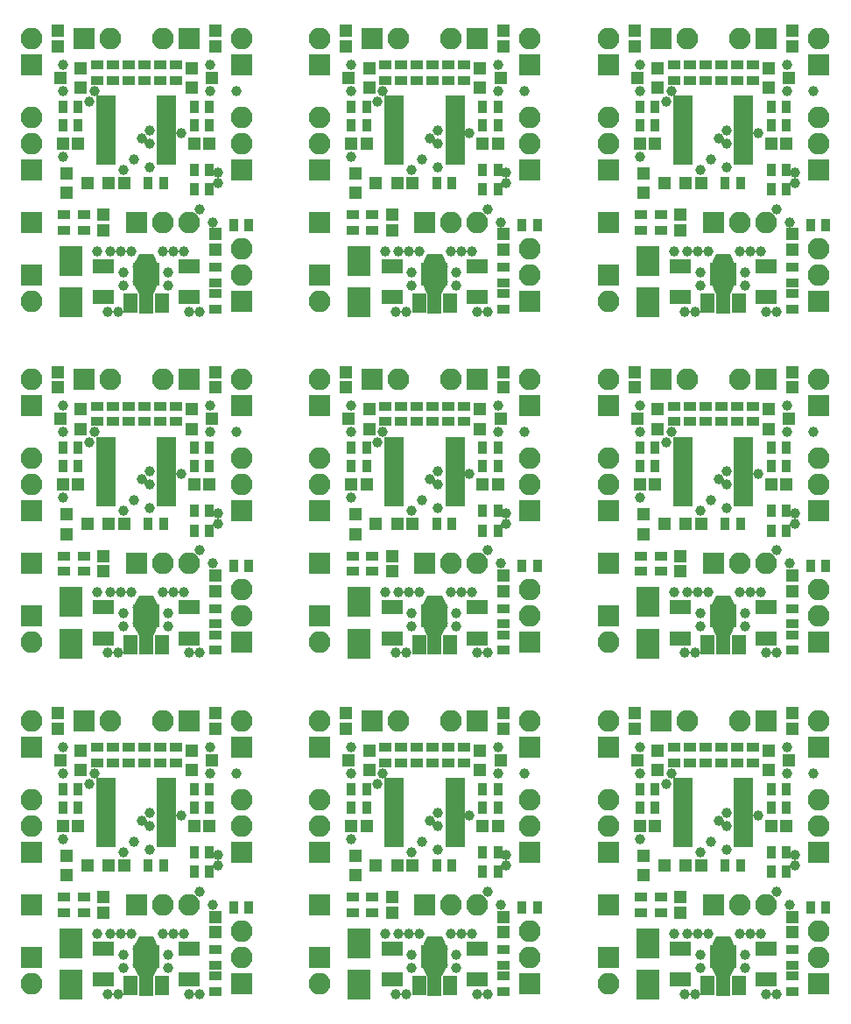
<source format=gbr>
%MOIN*%
%OFA0B0*%
%FSLAX46Y46*%
%IPPOS*%
%LPD*%
%ADD10C,0.0039370078740157488*%
%ADD11R,0.07874015748031496X0.055118110236220472*%
%ADD12R,0.047244094488188976X0.0452755905511811*%
%ADD13R,0.0452755905511811X0.047244094488188976*%
%ADD14R,0.086614173228346469X0.1141732283464567*%
%ADD15R,0.072834645669291348X0.033464566929133861*%
%ADD16R,0.055118110236220472X0.074803149606299218*%
%ADD17R,0.055118110236220472X0.086614173228346469*%
%ADD18R,0.10236220472440946X0.088188976377952769*%
%ADD19R,0.082677165354330714X0.082677165354330714*%
%ADD20O,0.082677165354330714X0.082677165354330714*%
%ADD21R,0.051181102362204731X0.047244094488188976*%
%ADD22R,0.051181102362204731X0.035433070866141732*%
%ADD23R,0.035433070866141732X0.051181102362204731*%
%ADD24C,0.03937007874015748*%
%ADD35C,0.0039370078740157488*%
%ADD36R,0.07874015748031496X0.055118110236220472*%
%ADD37R,0.047244094488188976X0.0452755905511811*%
%ADD38R,0.0452755905511811X0.047244094488188976*%
%ADD39R,0.086614173228346469X0.1141732283464567*%
%ADD40R,0.072834645669291348X0.033464566929133861*%
%ADD41R,0.055118110236220472X0.074803149606299218*%
%ADD42R,0.055118110236220472X0.086614173228346469*%
%ADD43R,0.10236220472440946X0.088188976377952769*%
%ADD44R,0.082677165354330714X0.082677165354330714*%
%ADD45O,0.082677165354330714X0.082677165354330714*%
%ADD46R,0.051181102362204731X0.047244094488188976*%
%ADD47R,0.051181102362204731X0.035433070866141732*%
%ADD48R,0.035433070866141732X0.051181102362204731*%
%ADD49C,0.03937007874015748*%
%ADD50C,0.0039370078740157488*%
%ADD51R,0.07874015748031496X0.055118110236220472*%
%ADD52R,0.047244094488188976X0.0452755905511811*%
%ADD53R,0.0452755905511811X0.047244094488188976*%
%ADD54R,0.086614173228346469X0.1141732283464567*%
%ADD55R,0.072834645669291348X0.033464566929133861*%
%ADD56R,0.055118110236220472X0.074803149606299218*%
%ADD57R,0.055118110236220472X0.086614173228346469*%
%ADD58R,0.10236220472440946X0.088188976377952769*%
%ADD59R,0.082677165354330714X0.082677165354330714*%
%ADD60O,0.082677165354330714X0.082677165354330714*%
%ADD61R,0.051181102362204731X0.047244094488188976*%
%ADD62R,0.051181102362204731X0.035433070866141732*%
%ADD63R,0.035433070866141732X0.051181102362204731*%
%ADD64C,0.03937007874015748*%
%ADD65C,0.0039370078740157488*%
%ADD66R,0.07874015748031496X0.055118110236220472*%
%ADD67R,0.047244094488188976X0.0452755905511811*%
%ADD68R,0.0452755905511811X0.047244094488188976*%
%ADD69R,0.086614173228346469X0.1141732283464567*%
%ADD70R,0.072834645669291348X0.033464566929133861*%
%ADD71R,0.055118110236220472X0.074803149606299218*%
%ADD72R,0.055118110236220472X0.086614173228346469*%
%ADD73R,0.10236220472440946X0.088188976377952769*%
%ADD74R,0.082677165354330714X0.082677165354330714*%
%ADD75O,0.082677165354330714X0.082677165354330714*%
%ADD76R,0.051181102362204731X0.047244094488188976*%
%ADD77R,0.051181102362204731X0.035433070866141732*%
%ADD78R,0.035433070866141732X0.051181102362204731*%
%ADD79C,0.03937007874015748*%
%ADD80C,0.0039370078740157488*%
%ADD81R,0.07874015748031496X0.055118110236220472*%
%ADD82R,0.047244094488188976X0.0452755905511811*%
%ADD83R,0.0452755905511811X0.047244094488188976*%
%ADD84R,0.086614173228346469X0.1141732283464567*%
%ADD85R,0.072834645669291348X0.033464566929133861*%
%ADD86R,0.055118110236220472X0.074803149606299218*%
%ADD87R,0.055118110236220472X0.086614173228346469*%
%ADD88R,0.10236220472440946X0.088188976377952769*%
%ADD89R,0.082677165354330714X0.082677165354330714*%
%ADD90O,0.082677165354330714X0.082677165354330714*%
%ADD91R,0.051181102362204731X0.047244094488188976*%
%ADD92R,0.051181102362204731X0.035433070866141732*%
%ADD93R,0.035433070866141732X0.051181102362204731*%
%ADD94C,0.03937007874015748*%
%ADD95C,0.0039370078740157488*%
%ADD96R,0.07874015748031496X0.055118110236220472*%
%ADD97R,0.047244094488188976X0.0452755905511811*%
%ADD98R,0.0452755905511811X0.047244094488188976*%
%ADD99R,0.086614173228346469X0.1141732283464567*%
%ADD100R,0.072834645669291348X0.033464566929133861*%
%ADD101R,0.055118110236220472X0.074803149606299218*%
%ADD102R,0.055118110236220472X0.086614173228346469*%
%ADD103R,0.10236220472440946X0.088188976377952769*%
%ADD104R,0.082677165354330714X0.082677165354330714*%
%ADD105O,0.082677165354330714X0.082677165354330714*%
%ADD106R,0.051181102362204731X0.047244094488188976*%
%ADD107R,0.051181102362204731X0.035433070866141732*%
%ADD108R,0.035433070866141732X0.051181102362204731*%
%ADD109C,0.03937007874015748*%
%ADD110C,0.0039370078740157488*%
%ADD111R,0.07874015748031496X0.055118110236220472*%
%ADD112R,0.047244094488188976X0.0452755905511811*%
%ADD113R,0.0452755905511811X0.047244094488188976*%
%ADD114R,0.086614173228346469X0.1141732283464567*%
%ADD115R,0.072834645669291348X0.033464566929133861*%
%ADD116R,0.055118110236220472X0.074803149606299218*%
%ADD117R,0.055118110236220472X0.086614173228346469*%
%ADD118R,0.10236220472440946X0.088188976377952769*%
%ADD119R,0.082677165354330714X0.082677165354330714*%
%ADD120O,0.082677165354330714X0.082677165354330714*%
%ADD121R,0.051181102362204731X0.047244094488188976*%
%ADD122R,0.051181102362204731X0.035433070866141732*%
%ADD123R,0.035433070866141732X0.051181102362204731*%
%ADD124C,0.03937007874015748*%
%ADD125C,0.0039370078740157488*%
%ADD126R,0.07874015748031496X0.055118110236220472*%
%ADD127R,0.047244094488188976X0.0452755905511811*%
%ADD128R,0.0452755905511811X0.047244094488188976*%
%ADD129R,0.086614173228346469X0.1141732283464567*%
%ADD130R,0.072834645669291348X0.033464566929133861*%
%ADD131R,0.055118110236220472X0.074803149606299218*%
%ADD132R,0.055118110236220472X0.086614173228346469*%
%ADD133R,0.10236220472440946X0.088188976377952769*%
%ADD134R,0.082677165354330714X0.082677165354330714*%
%ADD135O,0.082677165354330714X0.082677165354330714*%
%ADD136R,0.051181102362204731X0.047244094488188976*%
%ADD137R,0.051181102362204731X0.035433070866141732*%
%ADD138R,0.035433070866141732X0.051181102362204731*%
%ADD139C,0.03937007874015748*%
%ADD140C,0.0039370078740157488*%
%ADD141R,0.07874015748031496X0.055118110236220472*%
%ADD142R,0.047244094488188976X0.0452755905511811*%
%ADD143R,0.0452755905511811X0.047244094488188976*%
%ADD144R,0.086614173228346469X0.1141732283464567*%
%ADD145R,0.072834645669291348X0.033464566929133861*%
%ADD146R,0.055118110236220472X0.074803149606299218*%
%ADD147R,0.055118110236220472X0.086614173228346469*%
%ADD148R,0.10236220472440946X0.088188976377952769*%
%ADD149R,0.082677165354330714X0.082677165354330714*%
%ADD150O,0.082677165354330714X0.082677165354330714*%
%ADD151R,0.051181102362204731X0.047244094488188976*%
%ADD152R,0.051181102362204731X0.035433070866141732*%
%ADD153R,0.035433070866141732X0.051181102362204731*%
%ADD154C,0.03937007874015748*%
G01G01*
D10*
D11*
X-0005400000Y0004799999D02*
X0000374999Y0000115944D03*
X0000374999Y0000234055D03*
D12*
X0000279527Y0000699999D03*
X0000220472Y0000699999D03*
X0000720472Y0000699999D03*
X0000779527Y0000699999D03*
D13*
X0000199999Y0001070472D03*
X0000199999Y0001129527D03*
X0000799999Y0001070472D03*
X0000799999Y0001129527D03*
D11*
X0000699999Y0000115944D03*
X0000699999Y0000234055D03*
D12*
X0000454527Y0000549999D03*
X0000395472Y0000549999D03*
D13*
X0000799999Y0000354527D03*
X0000799999Y0000295472D03*
D14*
X0000249999Y0000096259D03*
X0000249999Y0000253740D03*
D15*
X0000383858Y0000634842D03*
X0000383858Y0000660432D03*
X0000383858Y0000686023D03*
X0000383858Y0000711614D03*
X0000383858Y0000737204D03*
X0000383858Y0000762795D03*
X0000383858Y0000788385D03*
X0000383858Y0000813976D03*
X0000383858Y0000839566D03*
X0000383858Y0000865157D03*
X0000616141Y0000865157D03*
X0000616141Y0000839566D03*
X0000616141Y0000813976D03*
X0000616141Y0000788385D03*
X0000616141Y0000762795D03*
X0000616141Y0000737204D03*
X0000616141Y0000711614D03*
X0000616141Y0000686023D03*
X0000616141Y0000660432D03*
X0000616141Y0000634842D03*
D10*
G36*
X0000565058Y0000279606D02*
X0000588680Y0000230393D01*
X0000486318Y0000230393D01*
X0000509940Y0000279606D01*
X0000565058Y0000279606D01*
X0000565058Y0000279606D01*
G37*
D16*
X0000596554Y0000091732D03*
D17*
X0000537499Y0000097499D03*
D16*
X0000478444Y0000091732D03*
D18*
X0000537499Y0000202499D03*
D10*
G36*
X0000513877Y0000119440D02*
X0000486318Y0000174558D01*
X0000588680Y0000174558D01*
X0000561121Y0000119440D01*
X0000513877Y0000119440D01*
X0000513877Y0000119440D01*
G37*
D19*
X0000099999Y0000199999D03*
D20*
X0000099999Y0000099999D03*
D19*
X0000099999Y0000399999D03*
X0000899999Y0000099999D03*
D20*
X0000899999Y0000199999D03*
X0000899999Y0000299999D03*
D19*
X0000099999Y0000599999D03*
D20*
X0000099999Y0000699999D03*
X0000099999Y0000799999D03*
D19*
X0000099999Y0000999999D03*
D20*
X0000099999Y0001099999D03*
D19*
X0000299999Y0001099999D03*
D20*
X0000399999Y0001099999D03*
D19*
X0000699999Y0001099999D03*
D20*
X0000599999Y0001099999D03*
D19*
X0000899999Y0000999999D03*
D20*
X0000899999Y0001099999D03*
D19*
X0000899999Y0000599999D03*
D20*
X0000899999Y0000699999D03*
X0000899999Y0000799999D03*
D19*
X0000499999Y0000399999D03*
D20*
X0000599999Y0000399999D03*
X0000699999Y0000399999D03*
D21*
X0000289369Y0000987401D03*
X0000289369Y0000912598D03*
X0000210629Y0000949999D03*
X0000710629Y0000912598D03*
X0000710629Y0000987401D03*
X0000789369Y0000949999D03*
D22*
X0000349999Y0000940472D03*
X0000349999Y0000999527D03*
D23*
X0000220472Y0000839999D03*
X0000279527Y0000839999D03*
D22*
X0000224999Y0000429527D03*
X0000224999Y0000370472D03*
X0000299999Y0000370472D03*
X0000299999Y0000429527D03*
D23*
X0000870472Y0000389999D03*
X0000929527Y0000389999D03*
X0000279527Y0000769999D03*
X0000220472Y0000769999D03*
D22*
X0000469999Y0000940472D03*
X0000469999Y0000999527D03*
X0000409999Y0000940472D03*
X0000409999Y0000999527D03*
D23*
X0000779527Y0000769999D03*
X0000720472Y0000769999D03*
D22*
X0000529999Y0000999527D03*
X0000529999Y0000940472D03*
X0000589999Y0000999527D03*
X0000589999Y0000940472D03*
D23*
X0000545472Y0000549999D03*
X0000604527Y0000549999D03*
X0000779527Y0000839999D03*
X0000720472Y0000839999D03*
X0000779527Y0000599999D03*
X0000720472Y0000599999D03*
D22*
X0000649999Y0000999527D03*
X0000649999Y0000940472D03*
D23*
X0000720472Y0000524999D03*
X0000779527Y0000524999D03*
D13*
X0000374999Y0000370472D03*
X0000374999Y0000429527D03*
D21*
X0000235629Y0000512598D03*
X0000235629Y0000587401D03*
X0000314369Y0000549999D03*
D22*
X0000799999Y0000229527D03*
X0000799999Y0000170472D03*
X0000799999Y0000129527D03*
X0000799999Y0000070472D03*
D24*
X0000429999Y0000059999D03*
X0000389999Y0000059999D03*
X0000739999Y0000059999D03*
X0000699999Y0000059999D03*
X0000219999Y0000649999D03*
X0000879999Y0000899999D03*
X0000779999Y0000899999D03*
X0000779999Y0000999999D03*
X0000219999Y0000999999D03*
X0000219999Y0000899999D03*
X0000319999Y0000859999D03*
X0000339999Y0000899999D03*
X0000619999Y0000159999D03*
X0000619999Y0000209999D03*
X0000449999Y0000159999D03*
X0000449999Y0000209999D03*
X0000679999Y0000289999D03*
X0000639999Y0000289999D03*
X0000599999Y0000289999D03*
X0000479999Y0000289999D03*
X0000439999Y0000289999D03*
X0000399999Y0000289999D03*
X0000349999Y0000289999D03*
X0000789999Y0000399999D03*
X0000449999Y0000599999D03*
X0000489999Y0000639999D03*
X0000549999Y0000609999D03*
X0000669999Y0000739999D03*
X0000549999Y0000749999D03*
X0000549999Y0000699999D03*
X0000739999Y0000449999D03*
X0000519999Y0000719999D03*
X0000809999Y0000589999D03*
X0000809999Y0000549999D03*
G04 next file*
G04 #@! TF.FileFunction,Soldermask,Bot*
G04 Gerber Fmt 4.6, Leading zero omitted, Abs format (unit mm)*
G04 Created by KiCad (PCBNEW (2015-09-22 BZR 6208)-product) date 14.8.2018 10:54:20*
G01G01*
G04 APERTURE LIST*
G04 APERTURE END LIST*
D35*
D36*
X-0005400000Y0006098424D02*
X0000374999Y0001414369D03*
X0000374999Y0001532480D03*
D37*
X0000279527Y0001998424D03*
X0000220472Y0001998424D03*
X0000720472Y0001998424D03*
X0000779527Y0001998424D03*
D38*
X0000199999Y0002368897D03*
X0000199999Y0002427952D03*
X0000799999Y0002368897D03*
X0000799999Y0002427952D03*
D36*
X0000699999Y0001414369D03*
X0000699999Y0001532480D03*
D37*
X0000454527Y0001848424D03*
X0000395472Y0001848424D03*
D38*
X0000799999Y0001652952D03*
X0000799999Y0001593897D03*
D39*
X0000249999Y0001394684D03*
X0000249999Y0001552165D03*
D40*
X0000383858Y0001933267D03*
X0000383858Y0001958857D03*
X0000383858Y0001984448D03*
X0000383858Y0002010039D03*
X0000383858Y0002035629D03*
X0000383858Y0002061220D03*
X0000383858Y0002086810D03*
X0000383858Y0002112401D03*
X0000383858Y0002137991D03*
X0000383858Y0002163582D03*
X0000616141Y0002163582D03*
X0000616141Y0002137991D03*
X0000616141Y0002112401D03*
X0000616141Y0002086810D03*
X0000616141Y0002061220D03*
X0000616141Y0002035629D03*
X0000616141Y0002010039D03*
X0000616141Y0001984448D03*
X0000616141Y0001958857D03*
X0000616141Y0001933267D03*
D35*
G36*
X0000565058Y0001578031D02*
X0000588680Y0001528818D01*
X0000486318Y0001528818D01*
X0000509940Y0001578031D01*
X0000565058Y0001578031D01*
X0000565058Y0001578031D01*
G37*
D41*
X0000596554Y0001390157D03*
D42*
X0000537499Y0001395924D03*
D41*
X0000478444Y0001390157D03*
D43*
X0000537499Y0001500924D03*
D35*
G36*
X0000513877Y0001417865D02*
X0000486318Y0001472983D01*
X0000588680Y0001472983D01*
X0000561121Y0001417865D01*
X0000513877Y0001417865D01*
X0000513877Y0001417865D01*
G37*
D44*
X0000099999Y0001498424D03*
D45*
X0000099999Y0001398424D03*
D44*
X0000099999Y0001698424D03*
X0000899999Y0001398424D03*
D45*
X0000899999Y0001498424D03*
X0000899999Y0001598424D03*
D44*
X0000099999Y0001898424D03*
D45*
X0000099999Y0001998424D03*
X0000099999Y0002098424D03*
D44*
X0000099999Y0002298424D03*
D45*
X0000099999Y0002398424D03*
D44*
X0000299999Y0002398424D03*
D45*
X0000399999Y0002398424D03*
D44*
X0000699999Y0002398424D03*
D45*
X0000599999Y0002398424D03*
D44*
X0000899999Y0002298424D03*
D45*
X0000899999Y0002398424D03*
D44*
X0000899999Y0001898424D03*
D45*
X0000899999Y0001998424D03*
X0000899999Y0002098424D03*
D44*
X0000499999Y0001698424D03*
D45*
X0000599999Y0001698424D03*
X0000699999Y0001698424D03*
D46*
X0000289369Y0002285826D03*
X0000289369Y0002211023D03*
X0000210629Y0002248424D03*
X0000710629Y0002211023D03*
X0000710629Y0002285826D03*
X0000789369Y0002248424D03*
D47*
X0000349999Y0002238897D03*
X0000349999Y0002297952D03*
D48*
X0000220472Y0002138424D03*
X0000279527Y0002138424D03*
D47*
X0000224999Y0001727952D03*
X0000224999Y0001668897D03*
X0000299999Y0001668897D03*
X0000299999Y0001727952D03*
D48*
X0000870472Y0001688424D03*
X0000929527Y0001688424D03*
X0000279527Y0002068424D03*
X0000220472Y0002068424D03*
D47*
X0000469999Y0002238897D03*
X0000469999Y0002297952D03*
X0000409999Y0002238897D03*
X0000409999Y0002297952D03*
D48*
X0000779527Y0002068424D03*
X0000720472Y0002068424D03*
D47*
X0000529999Y0002297952D03*
X0000529999Y0002238897D03*
X0000589999Y0002297952D03*
X0000589999Y0002238897D03*
D48*
X0000545472Y0001848424D03*
X0000604527Y0001848424D03*
X0000779527Y0002138424D03*
X0000720472Y0002138424D03*
X0000779527Y0001898424D03*
X0000720472Y0001898424D03*
D47*
X0000649999Y0002297952D03*
X0000649999Y0002238897D03*
D48*
X0000720472Y0001823424D03*
X0000779527Y0001823424D03*
D38*
X0000374999Y0001668897D03*
X0000374999Y0001727952D03*
D46*
X0000235629Y0001811023D03*
X0000235629Y0001885826D03*
X0000314369Y0001848424D03*
D47*
X0000799999Y0001527952D03*
X0000799999Y0001468897D03*
X0000799999Y0001427952D03*
X0000799999Y0001368897D03*
D49*
X0000429999Y0001358424D03*
X0000389999Y0001358424D03*
X0000739999Y0001358424D03*
X0000699999Y0001358424D03*
X0000219999Y0001948424D03*
X0000879999Y0002198424D03*
X0000779999Y0002198424D03*
X0000779999Y0002298424D03*
X0000219999Y0002298424D03*
X0000219999Y0002198424D03*
X0000319999Y0002158424D03*
X0000339999Y0002198424D03*
X0000619999Y0001458424D03*
X0000619999Y0001508424D03*
X0000449999Y0001458424D03*
X0000449999Y0001508424D03*
X0000679999Y0001588424D03*
X0000639999Y0001588424D03*
X0000599999Y0001588424D03*
X0000479999Y0001588424D03*
X0000439999Y0001588424D03*
X0000399999Y0001588424D03*
X0000349999Y0001588424D03*
X0000789999Y0001698424D03*
X0000449999Y0001898424D03*
X0000489999Y0001938424D03*
X0000549999Y0001908424D03*
X0000669999Y0002038424D03*
X0000549999Y0002048424D03*
X0000549999Y0001998424D03*
X0000739999Y0001748424D03*
X0000519999Y0002018424D03*
X0000809999Y0001888424D03*
X0000809999Y0001848424D03*
G04 next file*
G04 #@! TF.FileFunction,Soldermask,Bot*
G04 Gerber Fmt 4.6, Leading zero omitted, Abs format (unit mm)*
G04 Created by KiCad (PCBNEW (2015-09-22 BZR 6208)-product) date 14.8.2018 10:54:20*
G01G01*
G04 APERTURE LIST*
G04 APERTURE END LIST*
D50*
D51*
X-0005400000Y0007396850D02*
X0000374999Y0002712795D03*
X0000374999Y0002830905D03*
D52*
X0000279527Y0003296850D03*
X0000220472Y0003296850D03*
X0000720472Y0003296850D03*
X0000779527Y0003296850D03*
D53*
X0000199999Y0003667322D03*
X0000199999Y0003726378D03*
X0000799999Y0003667322D03*
X0000799999Y0003726378D03*
D51*
X0000699999Y0002712795D03*
X0000699999Y0002830905D03*
D52*
X0000454527Y0003146850D03*
X0000395472Y0003146850D03*
D53*
X0000799999Y0002951378D03*
X0000799999Y0002892322D03*
D54*
X0000249999Y0002693110D03*
X0000249999Y0002850590D03*
D55*
X0000383858Y0003231693D03*
X0000383858Y0003257283D03*
X0000383858Y0003282874D03*
X0000383858Y0003308464D03*
X0000383858Y0003334055D03*
X0000383858Y0003359645D03*
X0000383858Y0003385236D03*
X0000383858Y0003410826D03*
X0000383858Y0003436417D03*
X0000383858Y0003462008D03*
X0000616141Y0003462008D03*
X0000616141Y0003436417D03*
X0000616141Y0003410826D03*
X0000616141Y0003385236D03*
X0000616141Y0003359645D03*
X0000616141Y0003334055D03*
X0000616141Y0003308464D03*
X0000616141Y0003282874D03*
X0000616141Y0003257283D03*
X0000616141Y0003231693D03*
D50*
G36*
X0000565058Y0002876456D02*
X0000588680Y0002827244D01*
X0000486318Y0002827244D01*
X0000509940Y0002876456D01*
X0000565058Y0002876456D01*
X0000565058Y0002876456D01*
G37*
D56*
X0000596554Y0002688582D03*
D57*
X0000537499Y0002694350D03*
D56*
X0000478444Y0002688582D03*
D58*
X0000537499Y0002799350D03*
D50*
G36*
X0000513877Y0002716291D02*
X0000486318Y0002771409D01*
X0000588680Y0002771409D01*
X0000561121Y0002716291D01*
X0000513877Y0002716291D01*
X0000513877Y0002716291D01*
G37*
D59*
X0000099999Y0002796850D03*
D60*
X0000099999Y0002696850D03*
D59*
X0000099999Y0002996850D03*
X0000899999Y0002696850D03*
D60*
X0000899999Y0002796850D03*
X0000899999Y0002896850D03*
D59*
X0000099999Y0003196850D03*
D60*
X0000099999Y0003296850D03*
X0000099999Y0003396850D03*
D59*
X0000099999Y0003596850D03*
D60*
X0000099999Y0003696850D03*
D59*
X0000299999Y0003696850D03*
D60*
X0000399999Y0003696850D03*
D59*
X0000699999Y0003696850D03*
D60*
X0000599999Y0003696850D03*
D59*
X0000899999Y0003596850D03*
D60*
X0000899999Y0003696850D03*
D59*
X0000899999Y0003196850D03*
D60*
X0000899999Y0003296850D03*
X0000899999Y0003396850D03*
D59*
X0000499999Y0002996850D03*
D60*
X0000599999Y0002996850D03*
X0000699999Y0002996850D03*
D61*
X0000289369Y0003584252D03*
X0000289369Y0003509448D03*
X0000210629Y0003546850D03*
X0000710629Y0003509448D03*
X0000710629Y0003584252D03*
X0000789369Y0003546850D03*
D62*
X0000349999Y0003537322D03*
X0000349999Y0003596378D03*
D63*
X0000220472Y0003436850D03*
X0000279527Y0003436850D03*
D62*
X0000224999Y0003026378D03*
X0000224999Y0002967322D03*
X0000299999Y0002967322D03*
X0000299999Y0003026378D03*
D63*
X0000870472Y0002986850D03*
X0000929527Y0002986850D03*
X0000279527Y0003366850D03*
X0000220472Y0003366850D03*
D62*
X0000469999Y0003537322D03*
X0000469999Y0003596378D03*
X0000409999Y0003537322D03*
X0000409999Y0003596378D03*
D63*
X0000779527Y0003366850D03*
X0000720472Y0003366850D03*
D62*
X0000529999Y0003596378D03*
X0000529999Y0003537322D03*
X0000589999Y0003596378D03*
X0000589999Y0003537322D03*
D63*
X0000545472Y0003146850D03*
X0000604527Y0003146850D03*
X0000779527Y0003436850D03*
X0000720472Y0003436850D03*
X0000779527Y0003196850D03*
X0000720472Y0003196850D03*
D62*
X0000649999Y0003596378D03*
X0000649999Y0003537322D03*
D63*
X0000720472Y0003121850D03*
X0000779527Y0003121850D03*
D53*
X0000374999Y0002967322D03*
X0000374999Y0003026378D03*
D61*
X0000235629Y0003109448D03*
X0000235629Y0003184252D03*
X0000314369Y0003146850D03*
D62*
X0000799999Y0002826378D03*
X0000799999Y0002767322D03*
X0000799999Y0002726378D03*
X0000799999Y0002667322D03*
D64*
X0000429999Y0002656850D03*
X0000389999Y0002656850D03*
X0000739999Y0002656850D03*
X0000699999Y0002656850D03*
X0000219999Y0003246850D03*
X0000879999Y0003496850D03*
X0000779999Y0003496850D03*
X0000779999Y0003596850D03*
X0000219999Y0003596850D03*
X0000219999Y0003496850D03*
X0000319999Y0003456850D03*
X0000339999Y0003496850D03*
X0000619999Y0002756850D03*
X0000619999Y0002806850D03*
X0000449999Y0002756850D03*
X0000449999Y0002806850D03*
X0000679999Y0002886850D03*
X0000639999Y0002886850D03*
X0000599999Y0002886850D03*
X0000479999Y0002886850D03*
X0000439999Y0002886850D03*
X0000399999Y0002886850D03*
X0000349999Y0002886850D03*
X0000789999Y0002996850D03*
X0000449999Y0003196850D03*
X0000489999Y0003236850D03*
X0000549999Y0003206850D03*
X0000669999Y0003336850D03*
X0000549999Y0003346850D03*
X0000549999Y0003296850D03*
X0000739999Y0003046850D03*
X0000519999Y0003316850D03*
X0000809999Y0003186850D03*
X0000809999Y0003146850D03*
G04 next file*
G04 #@! TF.FileFunction,Soldermask,Bot*
G04 Gerber Fmt 4.6, Leading zero omitted, Abs format (unit mm)*
G04 Created by KiCad (PCBNEW (2015-09-22 BZR 6208)-product) date 14.8.2018 10:54:20*
G01G01*
G04 APERTURE LIST*
G04 APERTURE END LIST*
D65*
D66*
X-0004301574Y0004799999D02*
X0001473425Y0000115944D03*
X0001473425Y0000234055D03*
D67*
X0001377952Y0000699999D03*
X0001318897Y0000699999D03*
X0001818897Y0000699999D03*
X0001877952Y0000699999D03*
D68*
X0001298425Y0001070472D03*
X0001298425Y0001129527D03*
X0001898425Y0001070472D03*
X0001898425Y0001129527D03*
D66*
X0001798425Y0000115944D03*
X0001798425Y0000234055D03*
D67*
X0001552952Y0000549999D03*
X0001493897Y0000549999D03*
D68*
X0001898425Y0000354527D03*
X0001898425Y0000295472D03*
D69*
X0001348425Y0000096259D03*
X0001348425Y0000253740D03*
D70*
X0001482283Y0000634842D03*
X0001482283Y0000660432D03*
X0001482283Y0000686023D03*
X0001482283Y0000711614D03*
X0001482283Y0000737204D03*
X0001482283Y0000762795D03*
X0001482283Y0000788385D03*
X0001482283Y0000813976D03*
X0001482283Y0000839566D03*
X0001482283Y0000865157D03*
X0001714566Y0000865157D03*
X0001714566Y0000839566D03*
X0001714566Y0000813976D03*
X0001714566Y0000788385D03*
X0001714566Y0000762795D03*
X0001714566Y0000737204D03*
X0001714566Y0000711614D03*
X0001714566Y0000686023D03*
X0001714566Y0000660432D03*
X0001714566Y0000634842D03*
D65*
G36*
X0001663484Y0000279606D02*
X0001687106Y0000230393D01*
X0001584743Y0000230393D01*
X0001608366Y0000279606D01*
X0001663484Y0000279606D01*
X0001663484Y0000279606D01*
G37*
D71*
X0001694980Y0000091732D03*
D72*
X0001635925Y0000097499D03*
D71*
X0001576869Y0000091732D03*
D73*
X0001635925Y0000202499D03*
D65*
G36*
X0001612303Y0000119440D02*
X0001584743Y0000174558D01*
X0001687106Y0000174558D01*
X0001659547Y0000119440D01*
X0001612303Y0000119440D01*
X0001612303Y0000119440D01*
G37*
D74*
X0001198425Y0000199999D03*
D75*
X0001198425Y0000099999D03*
D74*
X0001198425Y0000399999D03*
X0001998425Y0000099999D03*
D75*
X0001998425Y0000199999D03*
X0001998425Y0000299999D03*
D74*
X0001198425Y0000599999D03*
D75*
X0001198425Y0000699999D03*
X0001198425Y0000799999D03*
D74*
X0001198425Y0000999999D03*
D75*
X0001198425Y0001099999D03*
D74*
X0001398425Y0001099999D03*
D75*
X0001498425Y0001099999D03*
D74*
X0001798425Y0001099999D03*
D75*
X0001698425Y0001099999D03*
D74*
X0001998425Y0000999999D03*
D75*
X0001998425Y0001099999D03*
D74*
X0001998425Y0000599999D03*
D75*
X0001998425Y0000699999D03*
X0001998425Y0000799999D03*
D74*
X0001598425Y0000399999D03*
D75*
X0001698425Y0000399999D03*
X0001798425Y0000399999D03*
D76*
X0001387795Y0000987401D03*
X0001387795Y0000912598D03*
X0001309055Y0000949999D03*
X0001809055Y0000912598D03*
X0001809055Y0000987401D03*
X0001887795Y0000949999D03*
D77*
X0001448425Y0000940472D03*
X0001448425Y0000999527D03*
D78*
X0001318897Y0000839999D03*
X0001377952Y0000839999D03*
D77*
X0001323425Y0000429527D03*
X0001323425Y0000370472D03*
X0001398425Y0000370472D03*
X0001398425Y0000429527D03*
D78*
X0001968897Y0000389999D03*
X0002027952Y0000389999D03*
X0001377952Y0000769999D03*
X0001318897Y0000769999D03*
D77*
X0001568425Y0000940472D03*
X0001568425Y0000999527D03*
X0001508425Y0000940472D03*
X0001508425Y0000999527D03*
D78*
X0001877952Y0000769999D03*
X0001818897Y0000769999D03*
D77*
X0001628425Y0000999527D03*
X0001628425Y0000940472D03*
X0001688425Y0000999527D03*
X0001688425Y0000940472D03*
D78*
X0001643897Y0000549999D03*
X0001702952Y0000549999D03*
X0001877952Y0000839999D03*
X0001818897Y0000839999D03*
X0001877952Y0000599999D03*
X0001818897Y0000599999D03*
D77*
X0001748425Y0000999527D03*
X0001748425Y0000940472D03*
D78*
X0001818897Y0000524999D03*
X0001877952Y0000524999D03*
D68*
X0001473425Y0000370472D03*
X0001473425Y0000429527D03*
D76*
X0001334055Y0000512598D03*
X0001334055Y0000587401D03*
X0001412795Y0000549999D03*
D77*
X0001898425Y0000229527D03*
X0001898425Y0000170472D03*
X0001898425Y0000129527D03*
X0001898425Y0000070472D03*
D79*
X0001528425Y0000059999D03*
X0001488425Y0000059999D03*
X0001838425Y0000059999D03*
X0001798425Y0000059999D03*
X0001318425Y0000649999D03*
X0001978425Y0000899999D03*
X0001878425Y0000899999D03*
X0001878425Y0000999999D03*
X0001318425Y0000999999D03*
X0001318425Y0000899999D03*
X0001418425Y0000859999D03*
X0001438425Y0000899999D03*
X0001718425Y0000159999D03*
X0001718425Y0000209999D03*
X0001548425Y0000159999D03*
X0001548425Y0000209999D03*
X0001778425Y0000289999D03*
X0001738425Y0000289999D03*
X0001698425Y0000289999D03*
X0001578425Y0000289999D03*
X0001538425Y0000289999D03*
X0001498425Y0000289999D03*
X0001448425Y0000289999D03*
X0001888425Y0000399999D03*
X0001548425Y0000599999D03*
X0001588425Y0000639999D03*
X0001648425Y0000609999D03*
X0001768425Y0000739999D03*
X0001648425Y0000749999D03*
X0001648425Y0000699999D03*
X0001838425Y0000449999D03*
X0001618425Y0000719999D03*
X0001908425Y0000589999D03*
X0001908425Y0000549999D03*
G04 next file*
G04 #@! TF.FileFunction,Soldermask,Bot*
G04 Gerber Fmt 4.6, Leading zero omitted, Abs format (unit mm)*
G04 Created by KiCad (PCBNEW (2015-09-22 BZR 6208)-product) date 14.8.2018 10:54:20*
G01G01*
G04 APERTURE LIST*
G04 APERTURE END LIST*
D80*
D81*
X-0003203149Y0004799999D02*
X0002571850Y0000115944D03*
X0002571850Y0000234055D03*
D82*
X0002476377Y0000699999D03*
X0002417322Y0000699999D03*
X0002917322Y0000699999D03*
X0002976377Y0000699999D03*
D83*
X0002396850Y0001070472D03*
X0002396850Y0001129527D03*
X0002996850Y0001070472D03*
X0002996850Y0001129527D03*
D81*
X0002896850Y0000115944D03*
X0002896850Y0000234055D03*
D82*
X0002651377Y0000549999D03*
X0002592322Y0000549999D03*
D83*
X0002996850Y0000354527D03*
X0002996850Y0000295472D03*
D84*
X0002446850Y0000096259D03*
X0002446850Y0000253740D03*
D85*
X0002580708Y0000634842D03*
X0002580708Y0000660432D03*
X0002580708Y0000686023D03*
X0002580708Y0000711614D03*
X0002580708Y0000737204D03*
X0002580708Y0000762795D03*
X0002580708Y0000788385D03*
X0002580708Y0000813976D03*
X0002580708Y0000839566D03*
X0002580708Y0000865157D03*
X0002812992Y0000865157D03*
X0002812992Y0000839566D03*
X0002812992Y0000813976D03*
X0002812992Y0000788385D03*
X0002812992Y0000762795D03*
X0002812992Y0000737204D03*
X0002812992Y0000711614D03*
X0002812992Y0000686023D03*
X0002812992Y0000660432D03*
X0002812992Y0000634842D03*
D80*
G36*
X0002761909Y0000279606D02*
X0002785531Y0000230393D01*
X0002683169Y0000230393D01*
X0002706791Y0000279606D01*
X0002761909Y0000279606D01*
X0002761909Y0000279606D01*
G37*
D86*
X0002793405Y0000091732D03*
D87*
X0002734350Y0000097499D03*
D86*
X0002675295Y0000091732D03*
D88*
X0002734350Y0000202499D03*
D80*
G36*
X0002710728Y0000119440D02*
X0002683169Y0000174558D01*
X0002785531Y0000174558D01*
X0002757972Y0000119440D01*
X0002710728Y0000119440D01*
X0002710728Y0000119440D01*
G37*
D89*
X0002296850Y0000199999D03*
D90*
X0002296850Y0000099999D03*
D89*
X0002296850Y0000399999D03*
X0003096850Y0000099999D03*
D90*
X0003096850Y0000199999D03*
X0003096850Y0000299999D03*
D89*
X0002296850Y0000599999D03*
D90*
X0002296850Y0000699999D03*
X0002296850Y0000799999D03*
D89*
X0002296850Y0000999999D03*
D90*
X0002296850Y0001099999D03*
D89*
X0002496850Y0001099999D03*
D90*
X0002596850Y0001099999D03*
D89*
X0002896850Y0001099999D03*
D90*
X0002796850Y0001099999D03*
D89*
X0003096850Y0000999999D03*
D90*
X0003096850Y0001099999D03*
D89*
X0003096850Y0000599999D03*
D90*
X0003096850Y0000699999D03*
X0003096850Y0000799999D03*
D89*
X0002696850Y0000399999D03*
D90*
X0002796850Y0000399999D03*
X0002896850Y0000399999D03*
D91*
X0002486220Y0000987401D03*
X0002486220Y0000912598D03*
X0002407480Y0000949999D03*
X0002907480Y0000912598D03*
X0002907480Y0000987401D03*
X0002986220Y0000949999D03*
D92*
X0002546850Y0000940472D03*
X0002546850Y0000999527D03*
D93*
X0002417322Y0000839999D03*
X0002476377Y0000839999D03*
D92*
X0002421850Y0000429527D03*
X0002421850Y0000370472D03*
X0002496850Y0000370472D03*
X0002496850Y0000429527D03*
D93*
X0003067322Y0000389999D03*
X0003126377Y0000389999D03*
X0002476377Y0000769999D03*
X0002417322Y0000769999D03*
D92*
X0002666850Y0000940472D03*
X0002666850Y0000999527D03*
X0002606850Y0000940472D03*
X0002606850Y0000999527D03*
D93*
X0002976377Y0000769999D03*
X0002917322Y0000769999D03*
D92*
X0002726850Y0000999527D03*
X0002726850Y0000940472D03*
X0002786850Y0000999527D03*
X0002786850Y0000940472D03*
D93*
X0002742322Y0000549999D03*
X0002801377Y0000549999D03*
X0002976377Y0000839999D03*
X0002917322Y0000839999D03*
X0002976377Y0000599999D03*
X0002917322Y0000599999D03*
D92*
X0002846850Y0000999527D03*
X0002846850Y0000940472D03*
D93*
X0002917322Y0000524999D03*
X0002976377Y0000524999D03*
D83*
X0002571850Y0000370472D03*
X0002571850Y0000429527D03*
D91*
X0002432480Y0000512598D03*
X0002432480Y0000587401D03*
X0002511220Y0000549999D03*
D92*
X0002996850Y0000229527D03*
X0002996850Y0000170472D03*
X0002996850Y0000129527D03*
X0002996850Y0000070472D03*
D94*
X0002626850Y0000059999D03*
X0002586850Y0000059999D03*
X0002936850Y0000059999D03*
X0002896850Y0000059999D03*
X0002416850Y0000649999D03*
X0003076850Y0000899999D03*
X0002976850Y0000899999D03*
X0002976850Y0000999999D03*
X0002416850Y0000999999D03*
X0002416850Y0000899999D03*
X0002516850Y0000859999D03*
X0002536850Y0000899999D03*
X0002816850Y0000159999D03*
X0002816850Y0000209999D03*
X0002646850Y0000159999D03*
X0002646850Y0000209999D03*
X0002876850Y0000289999D03*
X0002836850Y0000289999D03*
X0002796850Y0000289999D03*
X0002676850Y0000289999D03*
X0002636850Y0000289999D03*
X0002596850Y0000289999D03*
X0002546850Y0000289999D03*
X0002986850Y0000399999D03*
X0002646850Y0000599999D03*
X0002686850Y0000639999D03*
X0002746850Y0000609999D03*
X0002866850Y0000739999D03*
X0002746850Y0000749999D03*
X0002746850Y0000699999D03*
X0002936850Y0000449999D03*
X0002716850Y0000719999D03*
X0003006850Y0000589999D03*
X0003006850Y0000549999D03*
G04 next file*
G04 #@! TF.FileFunction,Soldermask,Bot*
G04 Gerber Fmt 4.6, Leading zero omitted, Abs format (unit mm)*
G04 Created by KiCad (PCBNEW (2015-09-22 BZR 6208)-product) date 14.8.2018 10:54:20*
G01G01*
G04 APERTURE LIST*
G04 APERTURE END LIST*
D95*
D96*
X-0004301574Y0006098424D02*
X0001473425Y0001414369D03*
X0001473425Y0001532480D03*
D97*
X0001377952Y0001998424D03*
X0001318897Y0001998424D03*
X0001818897Y0001998424D03*
X0001877952Y0001998424D03*
D98*
X0001298425Y0002368897D03*
X0001298425Y0002427952D03*
X0001898425Y0002368897D03*
X0001898425Y0002427952D03*
D96*
X0001798425Y0001414369D03*
X0001798425Y0001532480D03*
D97*
X0001552952Y0001848424D03*
X0001493897Y0001848424D03*
D98*
X0001898425Y0001652952D03*
X0001898425Y0001593897D03*
D99*
X0001348425Y0001394684D03*
X0001348425Y0001552165D03*
D100*
X0001482283Y0001933267D03*
X0001482283Y0001958857D03*
X0001482283Y0001984448D03*
X0001482283Y0002010039D03*
X0001482283Y0002035629D03*
X0001482283Y0002061220D03*
X0001482283Y0002086810D03*
X0001482283Y0002112401D03*
X0001482283Y0002137991D03*
X0001482283Y0002163582D03*
X0001714566Y0002163582D03*
X0001714566Y0002137991D03*
X0001714566Y0002112401D03*
X0001714566Y0002086810D03*
X0001714566Y0002061220D03*
X0001714566Y0002035629D03*
X0001714566Y0002010039D03*
X0001714566Y0001984448D03*
X0001714566Y0001958857D03*
X0001714566Y0001933267D03*
D95*
G36*
X0001663484Y0001578031D02*
X0001687106Y0001528818D01*
X0001584743Y0001528818D01*
X0001608366Y0001578031D01*
X0001663484Y0001578031D01*
X0001663484Y0001578031D01*
G37*
D101*
X0001694980Y0001390157D03*
D102*
X0001635925Y0001395924D03*
D101*
X0001576869Y0001390157D03*
D103*
X0001635925Y0001500924D03*
D95*
G36*
X0001612303Y0001417865D02*
X0001584743Y0001472983D01*
X0001687106Y0001472983D01*
X0001659547Y0001417865D01*
X0001612303Y0001417865D01*
X0001612303Y0001417865D01*
G37*
D104*
X0001198425Y0001498424D03*
D105*
X0001198425Y0001398424D03*
D104*
X0001198425Y0001698424D03*
X0001998425Y0001398424D03*
D105*
X0001998425Y0001498424D03*
X0001998425Y0001598424D03*
D104*
X0001198425Y0001898424D03*
D105*
X0001198425Y0001998424D03*
X0001198425Y0002098424D03*
D104*
X0001198425Y0002298424D03*
D105*
X0001198425Y0002398424D03*
D104*
X0001398425Y0002398424D03*
D105*
X0001498425Y0002398424D03*
D104*
X0001798425Y0002398424D03*
D105*
X0001698425Y0002398424D03*
D104*
X0001998425Y0002298424D03*
D105*
X0001998425Y0002398424D03*
D104*
X0001998425Y0001898424D03*
D105*
X0001998425Y0001998424D03*
X0001998425Y0002098424D03*
D104*
X0001598425Y0001698424D03*
D105*
X0001698425Y0001698424D03*
X0001798425Y0001698424D03*
D106*
X0001387795Y0002285826D03*
X0001387795Y0002211023D03*
X0001309055Y0002248424D03*
X0001809055Y0002211023D03*
X0001809055Y0002285826D03*
X0001887795Y0002248424D03*
D107*
X0001448425Y0002238897D03*
X0001448425Y0002297952D03*
D108*
X0001318897Y0002138424D03*
X0001377952Y0002138424D03*
D107*
X0001323425Y0001727952D03*
X0001323425Y0001668897D03*
X0001398425Y0001668897D03*
X0001398425Y0001727952D03*
D108*
X0001968897Y0001688424D03*
X0002027952Y0001688424D03*
X0001377952Y0002068424D03*
X0001318897Y0002068424D03*
D107*
X0001568425Y0002238897D03*
X0001568425Y0002297952D03*
X0001508425Y0002238897D03*
X0001508425Y0002297952D03*
D108*
X0001877952Y0002068424D03*
X0001818897Y0002068424D03*
D107*
X0001628425Y0002297952D03*
X0001628425Y0002238897D03*
X0001688425Y0002297952D03*
X0001688425Y0002238897D03*
D108*
X0001643897Y0001848424D03*
X0001702952Y0001848424D03*
X0001877952Y0002138424D03*
X0001818897Y0002138424D03*
X0001877952Y0001898424D03*
X0001818897Y0001898424D03*
D107*
X0001748425Y0002297952D03*
X0001748425Y0002238897D03*
D108*
X0001818897Y0001823424D03*
X0001877952Y0001823424D03*
D98*
X0001473425Y0001668897D03*
X0001473425Y0001727952D03*
D106*
X0001334055Y0001811023D03*
X0001334055Y0001885826D03*
X0001412795Y0001848424D03*
D107*
X0001898425Y0001527952D03*
X0001898425Y0001468897D03*
X0001898425Y0001427952D03*
X0001898425Y0001368897D03*
D109*
X0001528425Y0001358424D03*
X0001488425Y0001358424D03*
X0001838425Y0001358424D03*
X0001798425Y0001358424D03*
X0001318425Y0001948424D03*
X0001978425Y0002198424D03*
X0001878425Y0002198424D03*
X0001878425Y0002298424D03*
X0001318425Y0002298424D03*
X0001318425Y0002198424D03*
X0001418425Y0002158424D03*
X0001438425Y0002198424D03*
X0001718425Y0001458424D03*
X0001718425Y0001508424D03*
X0001548425Y0001458424D03*
X0001548425Y0001508424D03*
X0001778425Y0001588424D03*
X0001738425Y0001588424D03*
X0001698425Y0001588424D03*
X0001578425Y0001588424D03*
X0001538425Y0001588424D03*
X0001498425Y0001588424D03*
X0001448425Y0001588424D03*
X0001888425Y0001698424D03*
X0001548425Y0001898424D03*
X0001588425Y0001938424D03*
X0001648425Y0001908424D03*
X0001768425Y0002038424D03*
X0001648425Y0002048424D03*
X0001648425Y0001998424D03*
X0001838425Y0001748424D03*
X0001618425Y0002018424D03*
X0001908425Y0001888424D03*
X0001908425Y0001848424D03*
G04 next file*
G04 #@! TF.FileFunction,Soldermask,Bot*
G04 Gerber Fmt 4.6, Leading zero omitted, Abs format (unit mm)*
G04 Created by KiCad (PCBNEW (2015-09-22 BZR 6208)-product) date 14.8.2018 10:54:20*
G01G01*
G04 APERTURE LIST*
G04 APERTURE END LIST*
D110*
D111*
X-0004301574Y0007396850D02*
X0001473425Y0002712795D03*
X0001473425Y0002830905D03*
D112*
X0001377952Y0003296850D03*
X0001318897Y0003296850D03*
X0001818897Y0003296850D03*
X0001877952Y0003296850D03*
D113*
X0001298425Y0003667322D03*
X0001298425Y0003726378D03*
X0001898425Y0003667322D03*
X0001898425Y0003726378D03*
D111*
X0001798425Y0002712795D03*
X0001798425Y0002830905D03*
D112*
X0001552952Y0003146850D03*
X0001493897Y0003146850D03*
D113*
X0001898425Y0002951378D03*
X0001898425Y0002892322D03*
D114*
X0001348425Y0002693110D03*
X0001348425Y0002850590D03*
D115*
X0001482283Y0003231693D03*
X0001482283Y0003257283D03*
X0001482283Y0003282874D03*
X0001482283Y0003308464D03*
X0001482283Y0003334055D03*
X0001482283Y0003359645D03*
X0001482283Y0003385236D03*
X0001482283Y0003410826D03*
X0001482283Y0003436417D03*
X0001482283Y0003462008D03*
X0001714566Y0003462008D03*
X0001714566Y0003436417D03*
X0001714566Y0003410826D03*
X0001714566Y0003385236D03*
X0001714566Y0003359645D03*
X0001714566Y0003334055D03*
X0001714566Y0003308464D03*
X0001714566Y0003282874D03*
X0001714566Y0003257283D03*
X0001714566Y0003231693D03*
D110*
G36*
X0001663484Y0002876456D02*
X0001687106Y0002827244D01*
X0001584743Y0002827244D01*
X0001608366Y0002876456D01*
X0001663484Y0002876456D01*
X0001663484Y0002876456D01*
G37*
D116*
X0001694980Y0002688582D03*
D117*
X0001635925Y0002694350D03*
D116*
X0001576869Y0002688582D03*
D118*
X0001635925Y0002799350D03*
D110*
G36*
X0001612303Y0002716291D02*
X0001584743Y0002771409D01*
X0001687106Y0002771409D01*
X0001659547Y0002716291D01*
X0001612303Y0002716291D01*
X0001612303Y0002716291D01*
G37*
D119*
X0001198425Y0002796850D03*
D120*
X0001198425Y0002696850D03*
D119*
X0001198425Y0002996850D03*
X0001998425Y0002696850D03*
D120*
X0001998425Y0002796850D03*
X0001998425Y0002896850D03*
D119*
X0001198425Y0003196850D03*
D120*
X0001198425Y0003296850D03*
X0001198425Y0003396850D03*
D119*
X0001198425Y0003596850D03*
D120*
X0001198425Y0003696850D03*
D119*
X0001398425Y0003696850D03*
D120*
X0001498425Y0003696850D03*
D119*
X0001798425Y0003696850D03*
D120*
X0001698425Y0003696850D03*
D119*
X0001998425Y0003596850D03*
D120*
X0001998425Y0003696850D03*
D119*
X0001998425Y0003196850D03*
D120*
X0001998425Y0003296850D03*
X0001998425Y0003396850D03*
D119*
X0001598425Y0002996850D03*
D120*
X0001698425Y0002996850D03*
X0001798425Y0002996850D03*
D121*
X0001387795Y0003584252D03*
X0001387795Y0003509448D03*
X0001309055Y0003546850D03*
X0001809055Y0003509448D03*
X0001809055Y0003584252D03*
X0001887795Y0003546850D03*
D122*
X0001448425Y0003537322D03*
X0001448425Y0003596378D03*
D123*
X0001318897Y0003436850D03*
X0001377952Y0003436850D03*
D122*
X0001323425Y0003026378D03*
X0001323425Y0002967322D03*
X0001398425Y0002967322D03*
X0001398425Y0003026378D03*
D123*
X0001968897Y0002986850D03*
X0002027952Y0002986850D03*
X0001377952Y0003366850D03*
X0001318897Y0003366850D03*
D122*
X0001568425Y0003537322D03*
X0001568425Y0003596378D03*
X0001508425Y0003537322D03*
X0001508425Y0003596378D03*
D123*
X0001877952Y0003366850D03*
X0001818897Y0003366850D03*
D122*
X0001628425Y0003596378D03*
X0001628425Y0003537322D03*
X0001688425Y0003596378D03*
X0001688425Y0003537322D03*
D123*
X0001643897Y0003146850D03*
X0001702952Y0003146850D03*
X0001877952Y0003436850D03*
X0001818897Y0003436850D03*
X0001877952Y0003196850D03*
X0001818897Y0003196850D03*
D122*
X0001748425Y0003596378D03*
X0001748425Y0003537322D03*
D123*
X0001818897Y0003121850D03*
X0001877952Y0003121850D03*
D113*
X0001473425Y0002967322D03*
X0001473425Y0003026378D03*
D121*
X0001334055Y0003109448D03*
X0001334055Y0003184252D03*
X0001412795Y0003146850D03*
D122*
X0001898425Y0002826378D03*
X0001898425Y0002767322D03*
X0001898425Y0002726378D03*
X0001898425Y0002667322D03*
D124*
X0001528425Y0002656850D03*
X0001488425Y0002656850D03*
X0001838425Y0002656850D03*
X0001798425Y0002656850D03*
X0001318425Y0003246850D03*
X0001978425Y0003496850D03*
X0001878425Y0003496850D03*
X0001878425Y0003596850D03*
X0001318425Y0003596850D03*
X0001318425Y0003496850D03*
X0001418425Y0003456850D03*
X0001438425Y0003496850D03*
X0001718425Y0002756850D03*
X0001718425Y0002806850D03*
X0001548425Y0002756850D03*
X0001548425Y0002806850D03*
X0001778425Y0002886850D03*
X0001738425Y0002886850D03*
X0001698425Y0002886850D03*
X0001578425Y0002886850D03*
X0001538425Y0002886850D03*
X0001498425Y0002886850D03*
X0001448425Y0002886850D03*
X0001888425Y0002996850D03*
X0001548425Y0003196850D03*
X0001588425Y0003236850D03*
X0001648425Y0003206850D03*
X0001768425Y0003336850D03*
X0001648425Y0003346850D03*
X0001648425Y0003296850D03*
X0001838425Y0003046850D03*
X0001618425Y0003316850D03*
X0001908425Y0003186850D03*
X0001908425Y0003146850D03*
G04 next file*
G04 #@! TF.FileFunction,Soldermask,Bot*
G04 Gerber Fmt 4.6, Leading zero omitted, Abs format (unit mm)*
G04 Created by KiCad (PCBNEW (2015-09-22 BZR 6208)-product) date 14.8.2018 10:54:20*
G01G01*
G04 APERTURE LIST*
G04 APERTURE END LIST*
D125*
D126*
X-0003203149Y0006098424D02*
X0002571850Y0001414369D03*
X0002571850Y0001532480D03*
D127*
X0002476377Y0001998424D03*
X0002417322Y0001998424D03*
X0002917322Y0001998424D03*
X0002976377Y0001998424D03*
D128*
X0002396850Y0002368897D03*
X0002396850Y0002427952D03*
X0002996850Y0002368897D03*
X0002996850Y0002427952D03*
D126*
X0002896850Y0001414369D03*
X0002896850Y0001532480D03*
D127*
X0002651377Y0001848424D03*
X0002592322Y0001848424D03*
D128*
X0002996850Y0001652952D03*
X0002996850Y0001593897D03*
D129*
X0002446850Y0001394684D03*
X0002446850Y0001552165D03*
D130*
X0002580708Y0001933267D03*
X0002580708Y0001958857D03*
X0002580708Y0001984448D03*
X0002580708Y0002010039D03*
X0002580708Y0002035629D03*
X0002580708Y0002061220D03*
X0002580708Y0002086810D03*
X0002580708Y0002112401D03*
X0002580708Y0002137991D03*
X0002580708Y0002163582D03*
X0002812992Y0002163582D03*
X0002812992Y0002137991D03*
X0002812992Y0002112401D03*
X0002812992Y0002086810D03*
X0002812992Y0002061220D03*
X0002812992Y0002035629D03*
X0002812992Y0002010039D03*
X0002812992Y0001984448D03*
X0002812992Y0001958857D03*
X0002812992Y0001933267D03*
D125*
G36*
X0002761909Y0001578031D02*
X0002785531Y0001528818D01*
X0002683169Y0001528818D01*
X0002706791Y0001578031D01*
X0002761909Y0001578031D01*
X0002761909Y0001578031D01*
G37*
D131*
X0002793405Y0001390157D03*
D132*
X0002734350Y0001395924D03*
D131*
X0002675295Y0001390157D03*
D133*
X0002734350Y0001500924D03*
D125*
G36*
X0002710728Y0001417865D02*
X0002683169Y0001472983D01*
X0002785531Y0001472983D01*
X0002757972Y0001417865D01*
X0002710728Y0001417865D01*
X0002710728Y0001417865D01*
G37*
D134*
X0002296850Y0001498424D03*
D135*
X0002296850Y0001398424D03*
D134*
X0002296850Y0001698424D03*
X0003096850Y0001398424D03*
D135*
X0003096850Y0001498424D03*
X0003096850Y0001598424D03*
D134*
X0002296850Y0001898424D03*
D135*
X0002296850Y0001998424D03*
X0002296850Y0002098424D03*
D134*
X0002296850Y0002298424D03*
D135*
X0002296850Y0002398424D03*
D134*
X0002496850Y0002398424D03*
D135*
X0002596850Y0002398424D03*
D134*
X0002896850Y0002398424D03*
D135*
X0002796850Y0002398424D03*
D134*
X0003096850Y0002298424D03*
D135*
X0003096850Y0002398424D03*
D134*
X0003096850Y0001898424D03*
D135*
X0003096850Y0001998424D03*
X0003096850Y0002098424D03*
D134*
X0002696850Y0001698424D03*
D135*
X0002796850Y0001698424D03*
X0002896850Y0001698424D03*
D136*
X0002486220Y0002285826D03*
X0002486220Y0002211023D03*
X0002407480Y0002248424D03*
X0002907480Y0002211023D03*
X0002907480Y0002285826D03*
X0002986220Y0002248424D03*
D137*
X0002546850Y0002238897D03*
X0002546850Y0002297952D03*
D138*
X0002417322Y0002138424D03*
X0002476377Y0002138424D03*
D137*
X0002421850Y0001727952D03*
X0002421850Y0001668897D03*
X0002496850Y0001668897D03*
X0002496850Y0001727952D03*
D138*
X0003067322Y0001688424D03*
X0003126377Y0001688424D03*
X0002476377Y0002068424D03*
X0002417322Y0002068424D03*
D137*
X0002666850Y0002238897D03*
X0002666850Y0002297952D03*
X0002606850Y0002238897D03*
X0002606850Y0002297952D03*
D138*
X0002976377Y0002068424D03*
X0002917322Y0002068424D03*
D137*
X0002726850Y0002297952D03*
X0002726850Y0002238897D03*
X0002786850Y0002297952D03*
X0002786850Y0002238897D03*
D138*
X0002742322Y0001848424D03*
X0002801377Y0001848424D03*
X0002976377Y0002138424D03*
X0002917322Y0002138424D03*
X0002976377Y0001898424D03*
X0002917322Y0001898424D03*
D137*
X0002846850Y0002297952D03*
X0002846850Y0002238897D03*
D138*
X0002917322Y0001823424D03*
X0002976377Y0001823424D03*
D128*
X0002571850Y0001668897D03*
X0002571850Y0001727952D03*
D136*
X0002432480Y0001811023D03*
X0002432480Y0001885826D03*
X0002511220Y0001848424D03*
D137*
X0002996850Y0001527952D03*
X0002996850Y0001468897D03*
X0002996850Y0001427952D03*
X0002996850Y0001368897D03*
D139*
X0002626850Y0001358424D03*
X0002586850Y0001358424D03*
X0002936850Y0001358424D03*
X0002896850Y0001358424D03*
X0002416850Y0001948424D03*
X0003076850Y0002198424D03*
X0002976850Y0002198424D03*
X0002976850Y0002298424D03*
X0002416850Y0002298424D03*
X0002416850Y0002198424D03*
X0002516850Y0002158424D03*
X0002536850Y0002198424D03*
X0002816850Y0001458424D03*
X0002816850Y0001508424D03*
X0002646850Y0001458424D03*
X0002646850Y0001508424D03*
X0002876850Y0001588424D03*
X0002836850Y0001588424D03*
X0002796850Y0001588424D03*
X0002676850Y0001588424D03*
X0002636850Y0001588424D03*
X0002596850Y0001588424D03*
X0002546850Y0001588424D03*
X0002986850Y0001698424D03*
X0002646850Y0001898424D03*
X0002686850Y0001938424D03*
X0002746850Y0001908424D03*
X0002866850Y0002038424D03*
X0002746850Y0002048424D03*
X0002746850Y0001998424D03*
X0002936850Y0001748424D03*
X0002716850Y0002018424D03*
X0003006850Y0001888424D03*
X0003006850Y0001848424D03*
G04 next file*
G04 #@! TF.FileFunction,Soldermask,Bot*
G04 Gerber Fmt 4.6, Leading zero omitted, Abs format (unit mm)*
G04 Created by KiCad (PCBNEW (2015-09-22 BZR 6208)-product) date 14.8.2018 10:54:20*
G01G01*
G04 APERTURE LIST*
G04 APERTURE END LIST*
D140*
D141*
X-0003203149Y0007396850D02*
X0002571850Y0002712795D03*
X0002571850Y0002830905D03*
D142*
X0002476377Y0003296850D03*
X0002417322Y0003296850D03*
X0002917322Y0003296850D03*
X0002976377Y0003296850D03*
D143*
X0002396850Y0003667322D03*
X0002396850Y0003726378D03*
X0002996850Y0003667322D03*
X0002996850Y0003726378D03*
D141*
X0002896850Y0002712795D03*
X0002896850Y0002830905D03*
D142*
X0002651377Y0003146850D03*
X0002592322Y0003146850D03*
D143*
X0002996850Y0002951378D03*
X0002996850Y0002892322D03*
D144*
X0002446850Y0002693110D03*
X0002446850Y0002850590D03*
D145*
X0002580708Y0003231693D03*
X0002580708Y0003257283D03*
X0002580708Y0003282874D03*
X0002580708Y0003308464D03*
X0002580708Y0003334055D03*
X0002580708Y0003359645D03*
X0002580708Y0003385236D03*
X0002580708Y0003410826D03*
X0002580708Y0003436417D03*
X0002580708Y0003462008D03*
X0002812992Y0003462008D03*
X0002812992Y0003436417D03*
X0002812992Y0003410826D03*
X0002812992Y0003385236D03*
X0002812992Y0003359645D03*
X0002812992Y0003334055D03*
X0002812992Y0003308464D03*
X0002812992Y0003282874D03*
X0002812992Y0003257283D03*
X0002812992Y0003231693D03*
D140*
G36*
X0002761909Y0002876456D02*
X0002785531Y0002827244D01*
X0002683169Y0002827244D01*
X0002706791Y0002876456D01*
X0002761909Y0002876456D01*
X0002761909Y0002876456D01*
G37*
D146*
X0002793405Y0002688582D03*
D147*
X0002734350Y0002694350D03*
D146*
X0002675295Y0002688582D03*
D148*
X0002734350Y0002799350D03*
D140*
G36*
X0002710728Y0002716291D02*
X0002683169Y0002771409D01*
X0002785531Y0002771409D01*
X0002757972Y0002716291D01*
X0002710728Y0002716291D01*
X0002710728Y0002716291D01*
G37*
D149*
X0002296850Y0002796850D03*
D150*
X0002296850Y0002696850D03*
D149*
X0002296850Y0002996850D03*
X0003096850Y0002696850D03*
D150*
X0003096850Y0002796850D03*
X0003096850Y0002896850D03*
D149*
X0002296850Y0003196850D03*
D150*
X0002296850Y0003296850D03*
X0002296850Y0003396850D03*
D149*
X0002296850Y0003596850D03*
D150*
X0002296850Y0003696850D03*
D149*
X0002496850Y0003696850D03*
D150*
X0002596850Y0003696850D03*
D149*
X0002896850Y0003696850D03*
D150*
X0002796850Y0003696850D03*
D149*
X0003096850Y0003596850D03*
D150*
X0003096850Y0003696850D03*
D149*
X0003096850Y0003196850D03*
D150*
X0003096850Y0003296850D03*
X0003096850Y0003396850D03*
D149*
X0002696850Y0002996850D03*
D150*
X0002796850Y0002996850D03*
X0002896850Y0002996850D03*
D151*
X0002486220Y0003584252D03*
X0002486220Y0003509448D03*
X0002407480Y0003546850D03*
X0002907480Y0003509448D03*
X0002907480Y0003584252D03*
X0002986220Y0003546850D03*
D152*
X0002546850Y0003537322D03*
X0002546850Y0003596378D03*
D153*
X0002417322Y0003436850D03*
X0002476377Y0003436850D03*
D152*
X0002421850Y0003026378D03*
X0002421850Y0002967322D03*
X0002496850Y0002967322D03*
X0002496850Y0003026378D03*
D153*
X0003067322Y0002986850D03*
X0003126377Y0002986850D03*
X0002476377Y0003366850D03*
X0002417322Y0003366850D03*
D152*
X0002666850Y0003537322D03*
X0002666850Y0003596378D03*
X0002606850Y0003537322D03*
X0002606850Y0003596378D03*
D153*
X0002976377Y0003366850D03*
X0002917322Y0003366850D03*
D152*
X0002726850Y0003596378D03*
X0002726850Y0003537322D03*
X0002786850Y0003596378D03*
X0002786850Y0003537322D03*
D153*
X0002742322Y0003146850D03*
X0002801377Y0003146850D03*
X0002976377Y0003436850D03*
X0002917322Y0003436850D03*
X0002976377Y0003196850D03*
X0002917322Y0003196850D03*
D152*
X0002846850Y0003596378D03*
X0002846850Y0003537322D03*
D153*
X0002917322Y0003121850D03*
X0002976377Y0003121850D03*
D143*
X0002571850Y0002967322D03*
X0002571850Y0003026378D03*
D151*
X0002432480Y0003109448D03*
X0002432480Y0003184252D03*
X0002511220Y0003146850D03*
D152*
X0002996850Y0002826378D03*
X0002996850Y0002767322D03*
X0002996850Y0002726378D03*
X0002996850Y0002667322D03*
D154*
X0002626850Y0002656850D03*
X0002586850Y0002656850D03*
X0002936850Y0002656850D03*
X0002896850Y0002656850D03*
X0002416850Y0003246850D03*
X0003076850Y0003496850D03*
X0002976850Y0003496850D03*
X0002976850Y0003596850D03*
X0002416850Y0003596850D03*
X0002416850Y0003496850D03*
X0002516850Y0003456850D03*
X0002536850Y0003496850D03*
X0002816850Y0002756850D03*
X0002816850Y0002806850D03*
X0002646850Y0002756850D03*
X0002646850Y0002806850D03*
X0002876850Y0002886850D03*
X0002836850Y0002886850D03*
X0002796850Y0002886850D03*
X0002676850Y0002886850D03*
X0002636850Y0002886850D03*
X0002596850Y0002886850D03*
X0002546850Y0002886850D03*
X0002986850Y0002996850D03*
X0002646850Y0003196850D03*
X0002686850Y0003236850D03*
X0002746850Y0003206850D03*
X0002866850Y0003336850D03*
X0002746850Y0003346850D03*
X0002746850Y0003296850D03*
X0002936850Y0003046850D03*
X0002716850Y0003316850D03*
X0003006850Y0003186850D03*
X0003006850Y0003146850D03*
M02*
</source>
